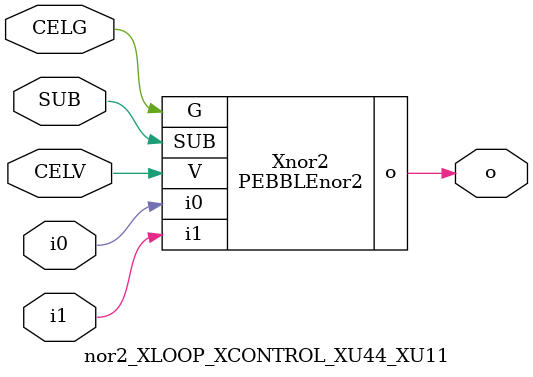
<source format=v>



module PEBBLEnor2 ( o, G, SUB, V, i0, i1 );

  input i0;
  input V;
  input i1;
  input G;
  output o;
  input SUB;
endmodule

//Celera Confidential Do Not Copy nor2_XLOOP_XCONTROL_XU44_XU11
//Celera Confidential Symbol Generator
//nor2
module nor2_XLOOP_XCONTROL_XU44_XU11 (CELV,CELG,i0,i1,o,SUB);
input CELV;
input CELG;
input i0;
input i1;
input SUB;
output o;

//Celera Confidential Do Not Copy nor2
PEBBLEnor2 Xnor2(
.V (CELV),
.i0 (i0),
.i1 (i1),
.o (o),
.SUB (SUB),
.G (CELG)
);
//,diesize,PEBBLEnor2

//Celera Confidential Do Not Copy Module End
//Celera Schematic Generator
endmodule

</source>
